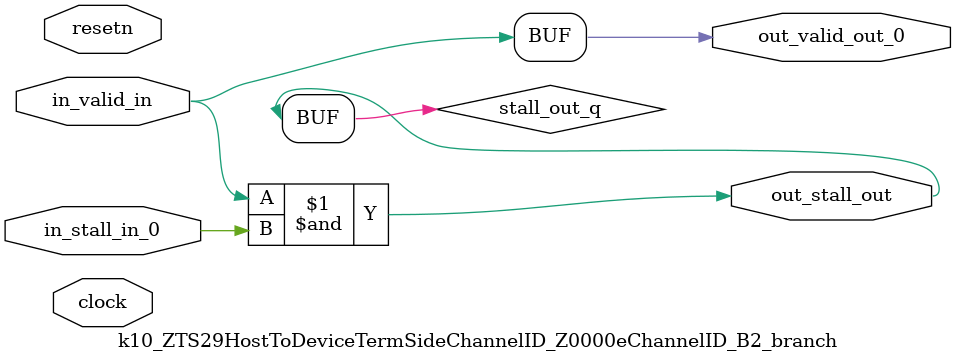
<source format=sv>



(* altera_attribute = "-name AUTO_SHIFT_REGISTER_RECOGNITION OFF; -name MESSAGE_DISABLE 10036; -name MESSAGE_DISABLE 10037; -name MESSAGE_DISABLE 14130; -name MESSAGE_DISABLE 14320; -name MESSAGE_DISABLE 15400; -name MESSAGE_DISABLE 14130; -name MESSAGE_DISABLE 10036; -name MESSAGE_DISABLE 12020; -name MESSAGE_DISABLE 12030; -name MESSAGE_DISABLE 12010; -name MESSAGE_DISABLE 12110; -name MESSAGE_DISABLE 14320; -name MESSAGE_DISABLE 13410; -name MESSAGE_DISABLE 113007; -name MESSAGE_DISABLE 10958" *)
module k10_ZTS29HostToDeviceTermSideChannelID_Z0000eChannelID_B2_branch (
    input wire [0:0] in_stall_in_0,
    input wire [0:0] in_valid_in,
    output wire [0:0] out_stall_out,
    output wire [0:0] out_valid_out_0,
    input wire clock,
    input wire resetn
    );

    wire [0:0] stall_out_q;


    // stall_out(LOGICAL,6)
    assign stall_out_q = in_valid_in & in_stall_in_0;

    // out_stall_out(GPOUT,4)
    assign out_stall_out = stall_out_q;

    // out_valid_out_0(GPOUT,5)
    assign out_valid_out_0 = in_valid_in;

endmodule

</source>
